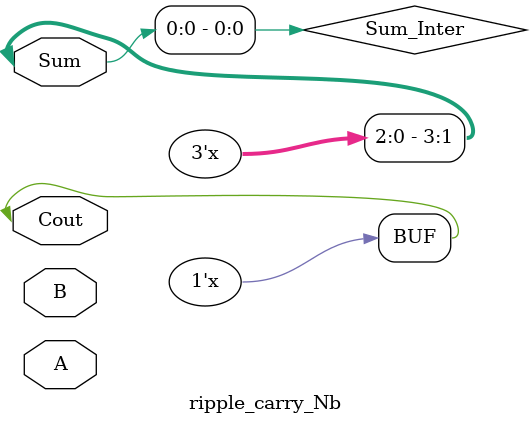
<source format=v>
`timescale 1ns / 1ps


module ripple_carry_Nb
    #(parameter N=4) //cannot be modified inside module, only passed in. default value is 4 bits
    (
    input [N-1:0] A, //uses parameter for variable bit lengths!
    input [N-1:0] B,
    input [N-1:0] Sum,
    input Cout
    );
        
    wire Sum_Inter;
    
    assign Sum_Inter = {1'b0, A} + {1'b0, B};
    assign Sum = Sum_Inter[N:0];
    assign Cout = Sum_Inter[N];
    
endmodule

</source>
